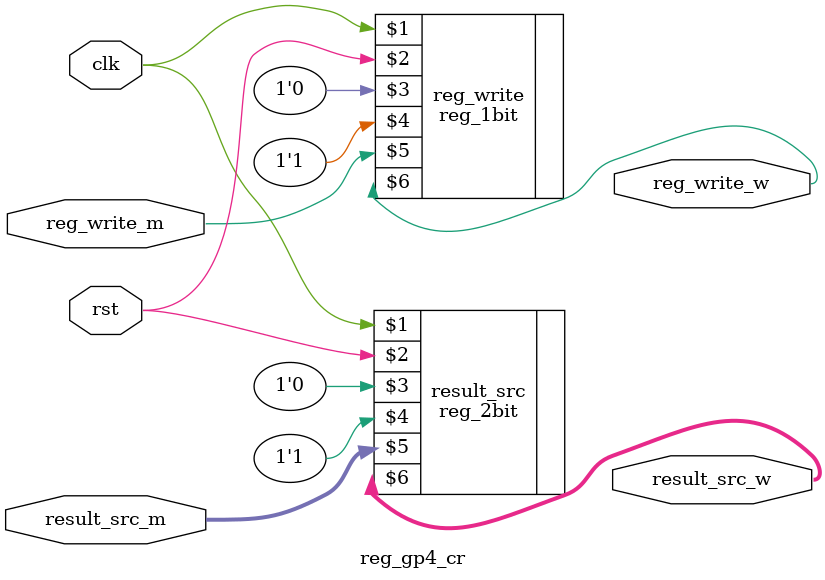
<source format=v>
module reg_gp4_cr(clk, rst, reg_write_m, result_src_m,
    reg_write_w, result_src_w);
    input clk, rst, reg_write_m;
    input [1:0] result_src_m;
    output reg_write_w;
    output [1:0] result_src_w;

    reg_1bit reg_write(clk, rst, 1'b0, 1'b1, reg_write_m, reg_write_w);

    reg_2bit result_src(clk, rst, 1'b0, 1'b1, result_src_m, result_src_w);

endmodule
</source>
